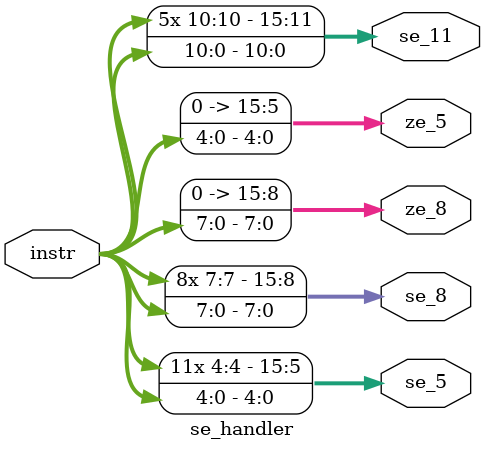
<source format=v>
module se_handler(instr, se_5, se_8, ze_8, ze_5, se_11);
// SIGN EXTENSION HANDLER MODULE
input [15:0] instr;
output [15:0] se_5;
output [15:0] se_8;
output [15:0] ze_8;
output [15:0] ze_5;
output [15:0] se_11;

// sign extend handling
  assign se_5 = {{11{instr[4]}}, instr[4:0]};
  assign se_8 = {{8{instr[7]}}, instr[7:0]};
  assign ze_8 = {{8{1'b0}}, instr[7:0]};
  assign se_11 = {{5{instr[10]}}, instr[10:0]};
  assign ze_5 = {{11{1'b0}}, instr[4:0]};


endmodule

</source>
